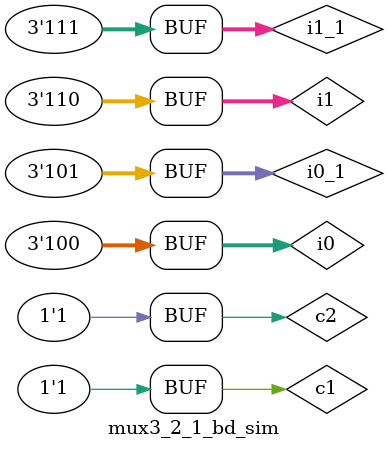
<source format=v>
`timescale 1ns / 1ps


module mux3_2_1_bd_sim;
reg[2:0] i0,i0_1,i1,i1_1;
reg c1,c2;
wire[2:0] fout;
mux3_4_1 mux1(.cntrl(c1),
    .cntrl_2(c2),
    .f(fout),
    .in0(i0),
    .in0_1(i0_1),
    .in1(i1),
    .in1_1(i1_1)
    );
initial
            begin
                i0=3'b000; i0_1=3'b001; i1=3'b010; i1_1=3'b011;
                c1=0;c2=0;
                #20  c1=0;c2=1;
                #20  c1=1;c2=0;
                #20  c1=1;c2=1;
                #20
                i0=3'b100; i0_1=3'b101; i1=3'b110; i1_1=3'b111;
                c1=0;c2=0;
                #20  c1=0;c2=1;
                #20  c1=1;c2=0;
                #20  c1=1;c2=1;
            end
endmodule

</source>
